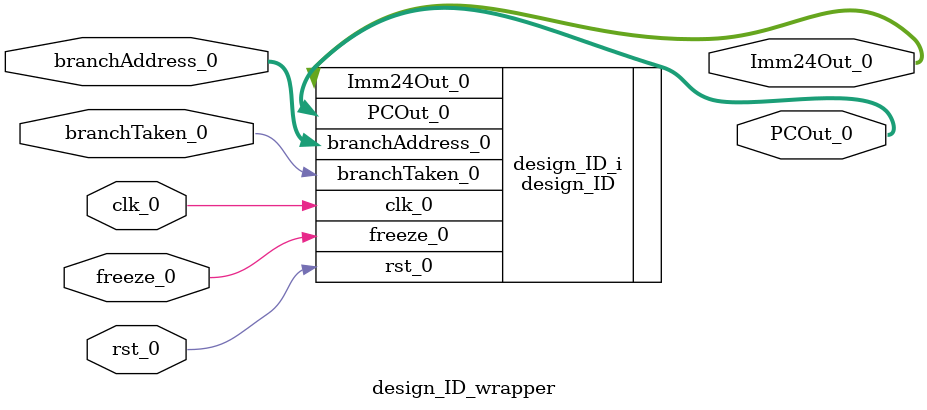
<source format=v>
`timescale 1 ps / 1 ps

module design_ID_wrapper
   (Imm24Out_0,
    PCOut_0,
    branchAddress_0,
    branchTaken_0,
    clk_0,
    freeze_0,
    rst_0);
  output [23:0]Imm24Out_0;
  output [31:0]PCOut_0;
  input [31:0]branchAddress_0;
  input branchTaken_0;
  input clk_0;
  input freeze_0;
  input rst_0;

  wire [23:0]Imm24Out_0;
  wire [31:0]PCOut_0;
  wire [31:0]branchAddress_0;
  wire branchTaken_0;
  wire clk_0;
  wire freeze_0;
  wire rst_0;

  design_ID design_ID_i
       (.Imm24Out_0(Imm24Out_0),
        .PCOut_0(PCOut_0),
        .branchAddress_0(branchAddress_0),
        .branchTaken_0(branchTaken_0),
        .clk_0(clk_0),
        .freeze_0(freeze_0),
        .rst_0(rst_0));
endmodule

</source>
